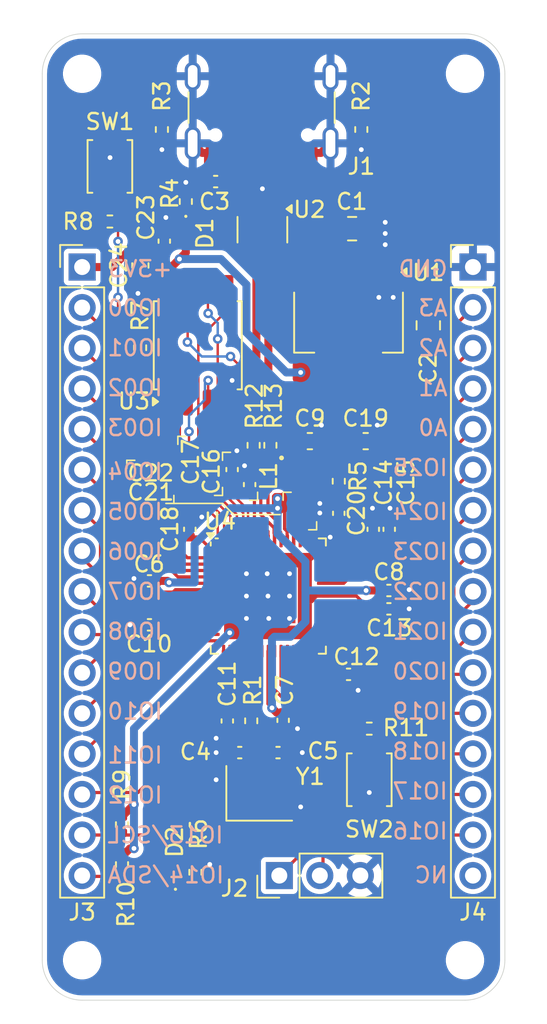
<source format=kicad_pcb>
(kicad_pcb (version 20241229) (generator "pcbnew") (generator_version "9.0")
  (title_block (title "RP2350A Devkit") (date "2025-06-14") (rev "v0.1a") (comment 1 "Licensed under CERN-OHL-P v2 or later"))
  (layers (0 "F.Cu" signal) (2 "B.Cu" power) (13 "F.Paste" user) (15 "B.Paste" user) (5 "F.SilkS" user "F.Silkscreen") (7 "B.SilkS" user "B.Silkscreen") (1 "F.Mask" user) (3 "B.Mask" user) (25 "Edge.Cuts" user))
  (net 0 "")
  (net 1 "GND")
  (net 2 "/XIN")
  (net 3 "/XTAL_OUT")
  (net 4 "+3V3")
  (net 5 "+1V1")
  (net 6 "/VREG_AVDD")
  (net 7 "VBUS")
  (net 8 "/SWD")
  (net 9 "/SWCLK")
  (net 10 "/VREG_LX")
  (net 11 "/XOUT")
  (net 12 "/QSPI_SS")
  (net 13 "/CC1")
  (net 14 "/CC2")
  (net 15 "/USB_DOUT+")
  (net 16 "/USB_DOUT-")
  (net 17 "/RUN_SW")
  (net 18 "/QSPI_SD1")
  (net 19 "/QSPI_SCLK")
  (net 20 "/QSPI_SD0")
  (net 21 "/QSPI_SD3")
  (net 22 "/QSPI_SD2")
  (net 23 "/USB_DIN-")
  (net 24 "/USB_DIN+")
  (net 25 "/BOOT_SW")
  (net 26 "/USB_R+")
  (net 27 "/USB_R-")
  (net 30 "/IO11")
  (net 31 "/IO12")
  (net 32 "/IO01")
  (net 33 "/IO15")
  (net 34 "/IO16")
  (net 35 "/IO21")
  (net 36 "/IO10")
  (net 37 "/IOA1")
  (net 38 "/IOA2")
  (net 39 "/IO06")
  (net 40 "/IO20")
  (net 41 "/IO02")
  (net 42 "/IO19")
  (net 43 "/IO22")
  (net 44 "/IOA3")
  (net 45 "/IO25")
  (net 46 "/IO24")
  (net 47 "/IO08")
  (net 48 "/IO09")
  (net 49 "/IO18")
  (net 50 "/IO04")
  (net 51 "/IO23")
  (net 52 "/IO05")
  (net 53 "/IO03")
  (net 54 "/IO14{slash}SDA")
  (net 55 "/IO07")
  (net 56 "/IOA0")
  (net 57 "/IO00")
  (net 58 "/IO17")
  (net 59 "/IO13{slash}SCL")
  (net 60 "Net-(D1-K)")
  (net 62 "Net-(D2-K)")
  (net 63 "Net-(U4-RUN)")
  (footprint "Capacitor_SMD:C_0402_1005Metric" (layer "F.Cu") (at 141.65 93.48 90)
    (property "Reference" "C23")
    (property "Value" "100n")
  )
  (footprint "Resistor_SMD:R_0402_1005Metric" (layer "F.Cu") (at 143.6 132.99 90)
    (property "Reference" "R6")
    (property "Value" "1k")
  )
  (footprint "Connector_PinHeader_2.54mm:PinHeader_1x03_P2.54mm_Vertical" (layer "F.Cu") (at 148.86 133.2 90)
    (property "Reference" "J2")
    (property "Value" "Conn_01x03")
  )
  (footprint "footprints:C_0402_smallpads" (layer "F.Cu") (at 150.165 109.85)
    (property "Reference" "C22")
    (property "Value" "4.7u")
  )
  (footprint "footprints:C_0402_smallpads" (layer "F.Cu") (at 150.165 111)
    (property "Reference" "C21")
    (property "Value" "4.7u")
  )
  (footprint "Capacitor_SMD:C_0402_1005Metric" (layer "F.Cu") (at 155.73 115.35)
    (property "Reference" "C8")
    (property "Value" "100n")
  )
  (footprint "Resistor_SMD:R_0402_1005Metric" (layer "F.Cu") (at 139 132.51 90)
    (property "Reference" "R10")
    (property "Value" "10k")
  )
  (footprint "Capacitor_SMD:C_0402_1005Metric" (layer "F.Cu") (at 155.75 111.52 90)
    (property "Reference" "C15")
    (property "Value" "100n")
  )
  (footprint "Resistor_SMD:R_0402_1005Metric" (layer "F.Cu") (at 147.25 106.26 90)
    (property "Reference" "R12")
    (property "Value" "27")
  )
  (footprint "Crystal:Crystal_SMD_3225-4Pin_3.2x2.5mm" (layer "F.Cu") (at 147.6 128.05)
    (property "Reference" "Y1")
    (property "Value" "Crystal_GND24")
  )
  (footprint "LED_SMD:LED_0402_1005Metric" (layer "F.Cu") (at 143 93.015 -90)
    (property "Reference" "D1")
    (property "Value" "LED")
  )
  (footprint "Capacitor_SMD:C_0402_1005Metric" (layer "F.Cu") (at 143.25 111.52 90)
    (property "Reference" "C18")
    (property "Value" "100n")
  )
  (footprint "Capacitor_SMD:C_0402_1005Metric" (layer "F.Cu") (at 144.87 89.75 180)
    (property "Reference" "C3")
    (property "Value" "100n")
  )
  (footprint "Capacitor_SMD:C_0805_2012Metric" (layer "F.Cu") (at 153.425 92.7)
    (property "Reference" "C1")
    (property "Value" "10u")
  )
  (footprint "Capacitor_SMD:C_0402_1005Metric" (layer "F.Cu") (at 140.72 114.75 180)
    (property "Reference" "C6")
    (property "Value" "100u")
  )
  (footprint "Capacitor_SMD:C_0402_1005Metric" (layer "F.Cu") (at 148.78 125.5)
    (property "Reference" "C5")
    (property "Value" "15p")
  )
  (footprint "MountingHole:MountingHole_2.2mm_M2" (layer "F.Cu") (at 160.5 138.5)
    (property "Reference" "H4")
    (property "Value" "MountingHole")
  )
  (footprint "Connector_USB:USB_C_Receptacle_G-Switch_GT-USB-7010ASV" (layer "F.Cu") (at 147.75 84.23 180)
    (property "Reference" "J1")
    (property "Value" "USB_C_Receptacle_USB2.0_16P")
  )
  (footprint "footprints:AOTA-B201610S3R3-101-T" (layer "F.Cu") (at 150.2 108.05)
    (property "Reference" "L1")
    (property "Value" "3.3u")
  )
  (footprint "Capacitor_SMD:C_0402_1005Metric" (layer "F.Cu") (at 149.1 123.48 -90)
    (property "Reference" "C7")
    (property "Value" "100n")
  )
  (footprint "Connector_PinHeader_2.54mm:PinHeader_1x16_P2.54mm_Vertical" (layer "F.Cu") (at 136.5 95.1)
    (property "Reference" "J3")
    (property "Value" "Conn_01x16")
  )
  (footprint "Capacitor_SMD:C_0402_1005Metric" (layer "F.Cu") (at 145.6 123.52 -90)
    (property "Reference" "C11")
    (property "Value" "100n")
  )
  (footprint "Package_TO_SOT_SMD:SOT-223-3_TabPin2" (layer "F.Cu") (at 153.2 98.55 -90)
    (property "Reference" "U1")
    (property "Value" "NCP1117-3.3_SOT223")
  )
  (footprint "Button_Switch_SMD:SW_SPST_B3U-1000P" (layer "F.Cu") (at 138.24 88.8 90)
    (property "Reference" "SW1")
    (property "Value" "SW_Push")
  )
  (footprint "Resistor_SMD:R_0402_1005Metric" (layer "F.Cu") (at 152.5875 108.51 -90)
    (property "Reference" "R5")
    (property "Value" "33")
  )
  (footprint "Resistor_SMD:R_0402_1005Metric" (layer "F.Cu") (at 154 86.49 -90)
    (property "Reference" "R2")
    (property "Value" "5k1")
  )
  (footprint "Capacitor_SMD:C_0402_1005Metric" (layer "F.Cu") (at 154.75 111.52 90)
    (property "Reference" "C14")
    (property "Value" "100n")
  )
  (footprint "Resistor_SMD:R_0402_1005Metric" (layer "F.Cu") (at 148.3 106.26 90)
    (property "Reference" "R13")
    (property "Value" "27")
  )
  (footprint "Capacitor_SMD:C_0805_2012Metric" (layer "F.Cu") (at 158.2 98.75 90)
    (property "Reference" "C2")
    (property "Value" "10u")
  )
  (footprint "Package_TO_SOT_SMD:SOT-23-6" (layer "F.Cu") (at 147.8 92.7625 -90)
    (property "Reference" "U2")
    (property "Value" "USBLC6-2SC6")
  )
  (footprint "Capacitor_SMD:C_0402_1005Metric" (layer "F.Cu") (at 140.72 117.5 180)
    (property "Reference" "C10")
    (property "Value" "100n")
  )
  (footprint "Capacitor_SMD:C_0402_1005Metric" (layer "F.Cu") (at 147 108.72 90)
    (property "Reference" "C16")
    (property "Value" "100n")
  )
  (footprint "Capacitor_SMD:C_0402_1005Metric" (layer "F.Cu") (at 153.2 120.6)
    (property "Reference" "C12")
    (property "Value" "100n")
  )
  (footprint "Resistor_SMD:R_0402_1005Metric" (layer "F.Cu") (at 139 130.01 90)
    (property "Reference" "R9")
    (property "Value" "10k")
  )
  (footprint "MountingHole:MountingHole_2.2mm_M2" (layer "F.Cu") (at 136.5 138.5)
    (property "Reference" "H3")
    (property "Value" "MountingHole")
  )
  (footprint "Capacitor_SMD:C_0402_1005Metric" (layer "F.Cu") (at 152.5875 110.52 -90)
    (property "Reference" "C20")
    (property "Value" "4.7u")
  )
  (footprint "Resistor_SMD:R_0402_1005Metric" (layer "F.Cu") (at 147.1 123.51 90)
    (property "Reference" "R1")
    (property "Value" "1k")
  )
  (footprint "Capacitor_SMD:C_0603_1608Metric" (layer "F.Cu") (at 154.275 106)
    (property "Reference" "C19")
    (property "Value" "10u")
  )
  (footprint "Resistor_SMD:R_0402_1005Metric" (layer "F.Cu") (at 143 91 90)
    (property "Reference" "R4")
    (property "Value" "1k")
  )
  (footprint "LED_SMD:LED_0402_1005Metric" (layer "F.Cu") (at 142.35 132.965 90)
    (property "Reference" "D2")
    (property "Value" "LED")
  )
  (footprint "Capacitor_SMD:C_0603_1608Metric" (layer "F.Cu") (at 150.775 106)
    (property "Reference" "C9")
    (property "Value" "10u")
  )
  (footprint "Connector_PinHeader_2.54mm:PinHeader_1x16_P2.54mm_Vertical" (layer "F.Cu") (at 161 95.1)
    (property "Reference" "J4")
    (property "Value" "Conn_01x16")
  )
  (footprint "Capacitor_SMD:C_0402_1005Metric" (layer "F.Cu") (at 145.9 107.78 90)
    (property "Reference" "C17")
    (property "Value" "100n")
  )
  (footprint "Resistor_SMD:R_0402_1005Metric" (layer "F.Cu") (at 138.24 92.25)
    (property "Reference" "R8")
    (property "Value" "1k")
  )
  (footprint "MountingHole:MountingHole_2.2mm_M2" (layer "F.Cu") (at 136.5 83)
    (property "Reference" "H2")
    (property "Value" "MountingHole")
  )
  (footprint "MountingHole:MountingHole_2.2mm_M2" (layer "F.Cu") (at 160.5 83)
    (property "Reference" "H1")
    (property "Value" "MountingHole")
  )
  (footprint "Package_SO:SOIC-8_5.3x5.3mm_P1.27mm" (layer "F.Cu") (at 143.75 100 90)
    (property "Reference" "U3")
    (property "Value" "W25Q128JVS")
  )
  (footprint "Resistor_SMD:R_0402_1005Metric" (layer "F.Cu") (at 154.5 124 180)
    (property "Reference" "R11")
    (property "Value" "1k")
  )
  (footprint "Capacitor_SMD:C_0402_1005Metric" (layer "F.Cu") (at 155.73 116.5)
    (property "Reference" "C13")
    (property "Value" "100n")
  )
  (footprint "Capacitor_SMD:C_0402_1005Metric" (layer "F.Cu") (at 146.38 125.5 180)
    (property "Reference" "C4")
    (property "Value" "15p")
  )
  (footprint "Resistor_SMD:R_0402_1005Metric" (layer "F.Cu") (at 140.135 100.1525 -90)
    (property "Reference" "R7")
    (property "Value" "10k")
  )
  (footprint "Button_Switch_SMD:SW_SPST_B3U-1000P" (layer "F.Cu") (at 154.5 127.2 -90)
    (property "Reference" "SW2")
    (property "Value" "SW_Push")
  )
  (footprint "Resistor_SMD:R_0402_1005Metric" (layer "F.Cu") (at 141.5 86.49 -90)
    (property "Reference" "R3")
    (property "Value" "5k1")
  )
  (footprint "Package_DFN_QFN:QFN-60-1EP_7x7mm_P0.4mm_EP3.4x3.4mm" (layer "F.Cu") (at 148.17 115.7)
    (property "Reference" "U4")
    (property "Value" "~")
  )
  (footprint "Capacitor_SMD:C_0603_1608Metric" (layer "F.Cu") (at 140.15 95 -90)
    (property "Reference" "C24")
    (property "Value" "10u")
  )
  (gr_line (start 150.7 111.55) (end 151.2 111.55) (stroke (width 0.1)) (layer "F.SilkS"))
  (gr_line (start 144.8 109.4) (end 145.3 109.4) (stroke (width 0.1)) (layer "F.SilkS"))
  (gr_line (start 149.1 109.2) (end 149.1 109.7) (stroke (width 0.1)) (layer "F.SilkS"))
  (gr_line (start 145.3 109.4) (end 145.3 108.9) (stroke (width 0.1)) (layer "F.SilkS"))
  (gr_line (start 139.3 107.2) (end 139.3 107.7) (stroke (width 0.1)) (layer "F.SilkS"))
  (gr_line (start 139.8 107.2) (end 139.3 107.2) (stroke (width 0.1)) (layer "F.SilkS"))
  (gr_line (start 145.3 109.9) (end 146 110.6) (stroke (width 0.1)) (layer "F.SilkS"))
  (gr_line (start 142.25 109.9) (end 142.25 109.4) (stroke (width 0.1)) (layer "F.SilkS"))
  (gr_line (start 151.2 111.55) (end 151.2 111.05) (stroke (width 0.1)) (layer "F.SilkS"))
  (gr_line (start 145.3 106.7) (end 145.3 107.2) (stroke (width 0.1)) (layer "F.SilkS"))
  (gr_line (start 141.75 109.9) (end 142.25 109.9) (stroke (width 0.1)) (layer "F.SilkS"))
  (gr_line (start 147 109.7) (end 147.5 109.7) (stroke (width 0.1)) (layer "F.SilkS"))
  (gr_line (start 142.25 109.9) (end 145.3 109.9) (stroke (width 0.1)) (layer "F.SilkS"))
  (gr_line (start 146 110.6) (end 148.9 110.6) (stroke (width 0.1)) (layer "F.SilkS"))
  (gr_line (start 147.5 109.7) (end 147.5 109.2) (stroke (width 0.1)) (layer "F.SilkS"))
  (gr_line (start 143 105.7) (end 142.5 105.7) (stroke (width 0.1)) (layer "F.SilkS"))
  (gr_line (start 149.6 109.2) (end 149.1 109.2) (stroke (width 0.1)) (layer "F.SilkS"))
  (gr_line (start 142.5 105.7) (end 142.5 106.2) (stroke (width 0.1)) (layer "F.SilkS"))
  (gr_line (start 145.8 106.7) (end 145.3 106.7) (stroke (width 0.1)) (layer "F.SilkS"))
  (gr_arc (start 136.5 141) (mid 134.732233 140.267767) (end 134 138.5) (stroke (width 0.05)) (layer "Edge.Cuts"))
  (gr_line (start 163 138.5) (end 163 83) (stroke (width 0.05)) (layer "Edge.Cuts"))
  (gr_arc (start 134 83) (mid 134.732233 81.232233) (end 136.5 80.5) (stroke (width 0.05)) (layer "Edge.Cuts"))
  (gr_arc (start 160.5 80.5) (mid 162.267767 81.232233) (end 163 83) (stroke (width 0.05)) (layer "Edge.Cuts"))
  (gr_line (start 136.5 80.5) (end 160.5 80.5) (stroke (width 0.05)) (layer "Edge.Cuts"))
  (gr_arc (start 163 138.5) (mid 162.267767 140.267767) (end 160.5 141) (stroke (width 0.05)) (layer "Edge.Cuts"))
  (gr_line (start 134 83) (end 134 138.5) (stroke (width 0.05)) (layer "Edge.Cuts"))
  (gr_line (start 136.5 141) (end 160.5 141) (stroke (width 0.05)) (layer "Edge.Cuts"))
  (gr_text "IO16\n" (at 159.5 131 0) (layer "B.SilkS") (effects (font (size 1 1) (thickness 0.153)) (justify left bottom mirror)))
  (gr_text "IO01" (at 138 100.75 0) (layer "B.SilkS") (effects (font (size 1 1) (thickness 0.153)) (justify right bottom mirror)))
  (gr_text "A3" (at 159.5 98.25 0) (layer "B.SilkS") (effects (font (size 1 1) (thickness 0.153)) (justify left bottom mirror)))
  (gr_text "IO11" (at 138 126.25 0) (layer "B.SilkS") (effects (font (size 1 1) (thickness 0.153)) (justify right bottom mirror)))
  (gr_text "IO19\n" (at 159.5 123.5 0) (layer "B.SilkS") (effects (font (size 1 1) (thickness 0.153)) (justify left bottom mirror)))
  (gr_text "IO06" (at 138 113.5 0) (layer "B.SilkS") (effects (font (size 1 1) (thickness 0.153)) (justify right bottom mirror)))
  (gr_text "A1\n" (at 159.5 103.25 0) (layer "B.SilkS") (effects (font (size 1 1) (thickness 0.153)) (justify left bottom mirror)))
  (gr_text "IO23" (at 159.5 113.5 0) (layer "B.SilkS") (effects (font (size 1 1) (thickness 0.153)) (justify left bottom mirror)))
  (gr_text "IO08" (at 138 118.5 0) (layer "B.SilkS") (effects (font (size 1 1) (thickness 0.153)) (justify right bottom mirror)))
  (gr_text "IO14/SDA" (at 138 133.75 0) (layer "B.SilkS") (effects (font (size 1 1) (thickness 0.153)) (justify right bottom mirror)))
  (gr_text "IO02" (at 138 103.25 0) (layer "B.SilkS") (effects (font (size 1 1) (thickness 0.153)) (justify right bottom mirror)))
  (gr_text "IO25\n" (at 159.5 108.25 0) (layer "B.SilkS") (effects (font (size 1 1) (thickness 0.153)) (justify left bottom mirror)))
  (gr_text "IO24" (at 159.5 111 0) (layer "B.SilkS") (effects (font (size 1 1) (thickness 0.153)) (justify left bottom mirror)))
  (gr_text "IO09" (at 138 121 0) (layer "B.SilkS") (effects (font (size 1 1) (thickness 0.153)) (justify right bottom mirror)))
  (gr_text "IO17" (at 159.5 128.5 0) (layer "B.SilkS") (effects (font (size 1 1) (thickness 0.153)) (justify left bottom mirror)))
  (gr_text "A2" (at 159.5 100.75 0) (layer "B.SilkS") (effects (font (size 1 1) (thickness 0.153)) (justify left bottom mirror)))
  (gr_text "IO12" (at 138 128.75 0) (layer "B.SilkS") (effects (font (size 1 1) (thickness 0.153)) (justify right bottom mirror)))
  (gr_text "IO07" (at 138 116 0) (layer "B.SilkS") (effects (font (size 1 1) (thickness 0.153)) (justify right bottom mirror)))
  (gr_text "IO03" (at 138 105.75 0) (layer "B.SilkS") (effects (font (size 1 1) (thickness 0.153)) (justify right bottom mirror)))
  (gr_text "IO13/SCL" (at 138 131.25 0) (layer "B.SilkS") (effects (font (size 1 1) (thickness 0.153)) (justify right bottom mirror)))
  (gr_text "IO20" (at 159.5 121 0) (layer "B.SilkS") (effects (font (size 1 1) (thickness 0.153)) (justify left bottom mirror)))
  (gr_text "NC\n" (at 159.5 133.75 0) (layer "B.SilkS") (effects (font (size 1 1) (thickness 0.153)) (justify left bottom mirror)))
  (gr_text "IO05" (at 138 111 0) (layer "B.SilkS") (effects (font (size 1 1) (thickness 0.153)) (justify right bottom mirror)))
  (gr_text "GND" (at 159.5 95.8 0) (layer "B.SilkS") (effects (font (size 1 1) (thickness 0.153)) (justify left bottom mirror)))
  (gr_text "IO21" (at 159.5 118.5 0) (layer "B.SilkS") (effects (font (size 1 1) (thickness 0.153)) (justify left bottom mirror)))
  (gr_text "IO04" (at 138 108.5 0) (layer "B.SilkS") (effects (font (size 1 1) (thickness 0.153)) (justify right bottom mirror)))
  (gr_text "IO10" (at 138 123.5 0) (layer "B.SilkS") (effects (font (size 1 1) (thickness 0.153)) (justify right bottom mirror)))
  (gr_text "+3V3" (at 142.25 95.8 0) (layer "B.SilkS") (effects (font (size 1 1) (thickness 0.153)) (justify left bottom mirror)))
  (gr_text "A0\n" (at 159.5 105.75 0) (layer "B.SilkS") (effects (font (size 1 1) (thickness 0.153)) (justify left bottom mirror)))
  (gr_text "IO00" (at 138 98.25 0) (layer "B.SilkS") (effects (font (size 1 1) (thickness 0.153)) (justify right bottom mirror)))
  (gr_text "IO22" (at 159.5 116 0) (layer "B.SilkS") (effects (font (size 1 1) (thickness 0.153)) (justify left bottom mirror)))
  (gr_text "IO18\n" (at 159.5 126 0) (layer "B.SilkS") (effects (font (size 1 1) (thickness 0.153)) (justify left bottom mirror)))
  (segment (start 155.05 105.05) (end 155 105) (width 0.5) (layer "F.Cu") (net 1))
  (segment (start 146.5 127.2) (end 144.9 127.2) (width 0.5) (layer "F.Cu") (net 1))
  (segment (start 140.15 96.6) (end 140 96.75) (width 0.5) (layer "F.Cu") (net 1))
  (segment (start 144.48 132.48) (end 144.5 132.5) (width 0.3) (layer "F.Cu") (net 1))
  (segment (start 151.55 106) (end 151.55 105.05) (width 0.5) (layer "F.Cu") (net 1))
  (segment (start 147 108.24) (end 147 107.858947) (width 0.2) (layer "F.Cu") (net 1))
  (segment (start 144.03 87.955) (end 143.43 87.355) (width 0.5) (layer "F.Cu") (net 1))
  (segment (start 145.6 124) (end 145.5 124) (width 0.5) (layer "F.Cu") (net 1))
  (segment (start 140.15 95.775) (end 140.15 96.6) (width 0.5) (layer "F.Cu") (net 1))
  (segment (start 145.5 124) (end 144.9 124.6) (width 0.5) (layer "F.Cu") (net 1))
  (segment (start 151.55 105.05) (end 151.5 105) (width 0.5) (layer "F.Cu") (net 1))
  (segment (start 149.1 123.96) (end 149.96 123.96) (width 0.5) (layer "F.Cu") (net 1))
  (segment (start 141.65 92.1) (end 141.75 92) (width 0.5) (layer "F.Cu") (net 1))
  (segment (start 145.655 103.5875) (end 145.655 102.445) (width 0.5) (layer "F.Cu") (net 1))
  (segment (start 153.68 121.48) (end 153.8 121.6) (width 0.2) (layer "F.Cu") (net 1))
  (segment (start 140.24 117.5) (end 139.5 117.5) (width 0.5) (layer "F.Cu") (net 1))
  (segment (start 141.65 93) (end 141.65 92.1) (width 0.5) (layer "F.Cu") (net 1))
  (segment (start 140.24 114.75) (end 139.898527 114.75) (width 0.5) (layer "F.Cu") (net 1))
  (segment (start 158.2 97.8) (end 157.9 97.8) (width 0.5) (layer "F.Cu") (net 1))
  (segment (start 147 107.858947) (end 146.68079 107.539737) (width 0.2) (layer "F.Cu") (net 1))
  (segment (start 155.75 111.04) (end 155.75 110.25) (width 0.5) (layer "F.Cu") (net 1))
  (segment (start 155.05 106) (end 155.05 105.05) (width 0.5) (layer "F.Cu") (net 1))
  (segment (start 149.26 125.5) (end 150.3 125.5) (width 0.5) (layer "F.Cu") (net 1))
  (segment (start 156.21 116.5) (end 157 116.5) (width 0.5) (layer "F.Cu") (net 1))
  (segment (start 154.75 111.04) (end 154.75 110.25) (width 0.5) (layer "F.Cu") (net 1))
  (segment (start 155.75 110.25) (end 155.8 110.2) (width 0.5) (layer "F.Cu") (net 1))
  (segment (start 143.25 111.04) (end 143.71 111.04) (width 0.2) (layer "F.Cu") (net 1))
  (segment (start 143 90.49) (end 143 89.8) (width 0.5) (layer "F.Cu") (net 1))
  (segment (start 143.6 132.48) (end 144.48 132.48) (width 0.3) (layer "F.Cu") (net 1))
  (segment (start 150.95 87.955) (end 151.47 87.955) (width 0.5) (layer "F.Cu") (net 1))
  (segment (start 154 87) (end 154 87.75) (width 0.3) (layer "F.Cu") (net 1))
  (segment (start 138.24 87.1) (end 138.24 88.24) (width 0.3) (layer "F.Cu") (net 1))
  (segment (start 145.9 106.9) (end 146.2 106.6) (width 0.2) (layer "F.Cu") (net 1))
  (segment (start 144.39 88.115) (end 144.55 87.955) (width 0.5) (layer "F.Cu") (net 1))
  (segment (start 156.95 115.35) (end 157 115.3) (width 0.5) (layer "F.Cu") (net 1))
  (segment (start 147.8 91.625) (end 147.8 90.2) (width 0.3) (layer "F.Cu") (net 1))
  (segment (start 143.71 111.04) (end 144 110.75) (width 0.2) (layer "F.Cu") (net 1))
  (segment (start 149.96 123.96) (end 150 124) (width 0.5) (layer "F.Cu") (net 1))
  (segment (start 151.47 87.955) (end 152.07 87.355) (width 0.5) (layer "F.Cu") (net 1))
  (segment (start 148.7 128.9) (end 150.2 128.9) (width 0.5) (layer "F.Cu") (net 1))
  (segment (start 144.55 87.955) (end 144.03 87.955) (width 0.5) (layer "F.Cu") (net 1))
  (segment (start 154.5 128.9) (end 154.5 128) (width 0.3) (layer "F.Cu") (net 1))
  (segment (start 138.24 88.24) (end 138.25 88.25) (width 0.3) (layer "F.Cu") (net 1))
  (segment (start 152.5875 111.473527) (end 152.05 112.011027) (width 0.5) (layer "F.Cu") (net 1))
  (segment (start 145.9 125.5) (end 144.9 125.5) (width 0.5) (layer "F.Cu") (net 1))
  (segment (start 154.75 110.25) (end 154.7 110.2) (width 0.5) (layer "F.Cu") (net 1))
  (segment (start 145.9 107.3) (end 145.9 106.9) (width 0.2) (layer "F.Cu") (net 1))
  (segment (start 153.68 120.6) (end 153.68 121.48) (width 0.2) (layer "F.Cu") (net 1))
  (segment (start 152.5875 111) (end 152.5875 111.473527) (width 0.5) (layer "F.Cu") (net 1))
  (segment (start 141.5 87) (end 141.5 87.75) (width 0.3) (layer "F.Cu") (net 1))
  (segment (start 144.39 89.75) (end 144.39 88.115) (width 0.5) (layer "F.Cu") (net 1))
  (segment (start 156.21 115.35) (end 156.95 115.35) (width 0.5) (layer "F.Cu") (net 1))
  (segment (start 139.898527 114.75) (end 139.748527 114.6) (width 0.5) (layer "F.Cu") (net 1))
  (segment (start 145.655 102.445) (end 145.9 102.2) (width 0.5) (layer "F.Cu") (net 1))
  (via (at 148.2 117.1) (size 0.6) (drill 0.3) (layers "F.Cu" "B.Cu") (net 1))
  (via (at 147.8 90.2) (size 0.6) (drill 0.3) (layers "F.Cu" "B.Cu") (net 1))
  (via (at 141.75 92) (size 0.6) (drill 0.3) (layers "F.Cu" "B.Cu") (net 1))
  (via (at 149.5 115.7) (size 0.6) (drill 0.3) (layers "F.Cu" "B.Cu") (net 1))
  (via (at 154.7 110.2) (size 0.6) (drill 0.3) (layers "F.Cu" "B.Cu") (net 1))
  (via (at 154.5 128) (size 0.6) (drill 0.3) (layers "F.Cu" "B.Cu") (net 1))
  (via (at 148.1 114.3) (size 0.6) (drill 0.3) (layers "F.Cu" "B.Cu") (net 1))
  (via (at 144.5 132.5) (size 0.6) (drill 0.3) (layers "F.Cu" "B.Cu") (net 1))
  (via (at 138.25 88.25) (size 0.6) (drill 0.3) (layers "F.Cu" "B.Cu") (net 1))
  (via (at 156 97) (size 0.6) (drill 0.3) (layers "F.Cu" "B.Cu") (net 1))
  (via (at 139.5 117.5) (size 0.6) (drill 0.3) (layers "F.Cu" "B.Cu") (net 1))
  (via (at 149.5 117.1) (size 0.6) (drill 0.3) (layers "F.Cu" "B.Cu") (net 1))
  (via (at 146.68079 107.539737) (size 0.6) (drill 0.3) (layers "F.Cu" "B.Cu") (net 1))
  (via (at 155 105) (size 0.6) (drill 0.3) (layers "F.Cu" "B.Cu") (net 1))
  (via (at 151.5 105) (size 0.6) (drill 0.3) (layers "F.Cu" "B.Cu") (net 1))
  (via (at 152.05 112.011027) (size 0.6) (drill 0.3) (layers "F.Cu" "B.Cu") (net 1))
  (via (at 146.8 115.7) (size 0.6) (drill 0.3) (layers "F.Cu" "B.Cu") (net 1))
  (via (at 139.748527 114.6) (size 0.6) (drill 0.3) (layers "F.Cu" "B.Cu") (net 1))
  (via (at 151.4 109.9) (size 0.6) (drill 0.3) (layers "F.Cu" "B.Cu") (net 1))
  (via (at 146.8 117.1) (size 0.6) (drill 0.3) (layers "F.Cu" "B.Cu") (net 1))
  (via (at 157 116.5) (size 0.6) (drill 0.3) (layers "F.Cu" "B.Cu") (net 1))
  (via (at 149.5 114.3) (size 0.6) (drill 0.3) (layers "F.Cu" "B.Cu") (net 1))
  (via (at 155.8 110.2) (size 0.6) (drill 0.3) (layers "F.Cu" "B.Cu") (net 1))
  (via (at 143 89.8) (size 0.6) (drill 0.3) (layers "F.Cu" "B.Cu") (net 1))
  (via (at 150.3 125.5) (size 0.6) (drill 0.3) (layers "F.Cu" "B.Cu") (net 1))
  (via (at 148.15 115.7) (size 0.6) (drill 0.3) (layers "F.Cu" "B.Cu") (net 1))
  (via (at 153.8 121.6) (size 0.6) (drill 0.3) (layers "F.Cu" "B.Cu") (net 1))
  (via (at 155.1 97) (size 0.6) (drill 0.3) (layers "F.Cu" "B.Cu") (net 1))
  (via (at 154 87.75) (size 0.6) (drill 0.3) (layers "F.Cu" "B.Cu") (net 1))
  (via (at 155.5 93) (size 0.6) (drill 0.3) (layers "F.Cu" "B.Cu") (net 1))
  (via (at 155.5 92.3) (size 0.6) (drill 0.3) (layers "F.Cu" "B.Cu") (net 1))
  (via (at 144.9 127.2) (size 0.6) (drill 0.3) (layers "F.Cu" "B.Cu") (net 1))
  (via (at 146.8 114.3) (size 0.6) (drill 0.3) (layers "F.Cu" "B.Cu") (net 1))
  (via (at 146.2 106.6) (size 0.6) (drill 0.3) (layers "F.Cu" "B.Cu") (net 1))
  (via (at 150.2 128.9) (size 0.6) (drill 0.3) (layers "F.Cu" "B.Cu") (net 1))
  (via (at 150 124) (size 0.6) (drill 0.3) (layers "F.Cu" "B.Cu") (net 1))
  (via (at 141.5 87.75) (size 0.6) (drill 0.3) (layers "F.Cu" "B.Cu") (net 1))
  (via (at 140 96.75) (size 0.6) (drill 0.3) (layers "F.Cu" "B.Cu") (net 1))
  (via (at 144 110.75) (size 0.6) (drill 0.3) (layers "F.Cu" "B.Cu") (net 1))
  (via (at 144.9 125.5) (size 0.6) (drill 0.3) (layers "F.Cu" "B.Cu") (net 1))
  (via (at 144.9 124.6) (size 0.6) (drill 0.3) (layers "F.Cu" "B.Cu") (net 1))
  (via (at 151.4 110.5) (size 0.6) (drill 0.3) (layers "F.Cu" "B.Cu") (net 1))
  (via (at 145.9 102.2) (size 0.6) (drill 0.3) (layers "F.Cu" "B.Cu") (net 1))
  (via (at 155.5 93.7) (size 0.6) (drill 0.3) (layers "F.Cu" "B.Cu") (net 1))
  (via (at 157 115.3) (size 0.6) (drill 0.3) (layers "F.Cu" "B.Cu") (net 1))
  (segment (start 146.4 125.04) (end 146.86 125.5) (width 0.2) (layer "F.Cu") (net 2))
  (segment (start 147.551 126.191) (end 147.551 127.849) (width 0.3) (layer "F.Cu") (net 2))
  (segment (start 146.86 125.5) (end 147.551 126.191) (width 0.3) (layer "F.Cu") (net 2))
  (segment (start 147.35 119.1375) (end 147.35 120.55) (width 0.2) (layer "F.Cu") (net 2))
  (segment (start 146.4 121.5) (end 146.4 125.04) (width 0.2) (layer "F.Cu") (net 2))
  (segment (start 147.551 127.849) (end 146.5 128.9) (width 0.3) (layer "F.Cu") (net 2))
  (segment (start 147.35 120.55) (end 146.4 121.5) (width 0.2) (layer "F.Cu") (net 2))
  (segment (start 147.1 124.3) (end 148.3 125.5) (width 0.2) (layer "F.Cu") (net 3))
  (segment (start 148.3 126.8) (end 148.7 127.2) (width 0.3) (layer "F.Cu") (net 3))
  (segment (start 148.3 125.5) (end 148.3 126.8) (width 0.3) (layer "F.Cu") (net 3))
  (segment (start 147.1 124.02) (end 147.1 124.3) (width 0.2) (layer "F.Cu") (net 3))
  (segment (start 140.135 98.1225) (end 141.845 96.4125) (width 0.2) (layer "F.Cu") (net 4))
  (segment (start 151.85 112.9) (end 153.85 112.9) (width 0.5) (layer "F.Cu") (net 4))
  (segment (start 141.65 95.16) (end 141.65 93.96) (width 0.5) (layer "F.Cu") (net 4))
  (segment (start 154.75 112) (end 155.75 112) (width 0.5) (layer "F.Cu") (net 4))
  (segment (start 136.5 95.1) (end 138.4 95.1) (width 0.5) (layer "F.Cu") (net 4))
  (segment (start 148.15 111.65) (end 147.75 111.25) (width 0.2) (layer "F.Cu") (net 4))
  (segment (start 152.5875 108) (end 152.5875 106.9125) (width 0.5) (layer "F.Cu") (net 4))
  (segment (start 148.15 112.2625) (end 148.15 111.65) (width 0.2) (layer "F.Cu") (net 4))
  (segment (start 147.75 111.25) (end 147.3 110.8) (width 0.2) (layer "F.Cu") (net 4))
  (segment (start 152.5875 108) (end 152.907499 108) (width 0.5) (layer "F.Cu") (net 4))
  (segment (start 154.2 112) (end 154.75 112) (width 0.5) (layer "F.Cu") (net 4))
  (segment (start 151.6 113.3) (end 151.6 113.15) (width 0.3) (layer "F.Cu") (net 4))
  (segment (start 151.5875 113.3) (end 151.5875 112.9) (width 0.2) (layer "F.Cu") (net 4))
  (segment (start 153.85 112.9) (end 154.75 112) (width 0.5) (layer "F.Cu") (net 4))
  (segment (start 143 94.2) (end 142.6 94.6) (width 0.5) (layer "F.Cu") (net 4))
  (segment (start 146.84 109.2) (end 145.9 108.26) (width 0.2) (layer "F.Cu") (net 4))
  (segment (start 151.5875 113.3) (end 151.85 113.0375) (width 0.2) (layer "F.Cu") (net 4))
  (segment (start 147 109.2) (end 146.84 109.2) (width 0.2) (layer "F.Cu") (net 4))
  (segment (start 142.6 117.1) (end 142.8 116.9) (width 0.2) (layer "F.Cu") (net 4))
  (segment (start 147.75 113.1) (end 148.15 113.1) (width 0.2) (layer "F.Cu") (net 4))
  (segment (start 153.6 111.4) (end 154.2 112) (width 0.5) (layer "F.Cu") (net 4))
  (segment (start 152.907499 108) (end 153.6 108.692501) (width 0.5) (layer "F.Cu") (net 4))
  (segment (start 147.3 110.8) (end 147.3 109.5) (width 0.2) (layer "F.Cu") (net 4))
  (segment (start 147.75 112.2625) (end 147.75 113.1) (width 0.2) (layer "F.Cu") (net 4))
  (segment (start 154.5 116.5) (end 153.7 115.7) (width 0.2) (layer "F.Cu") (net 4))
  (segment (start 148.15 113.1) (end 148.15 112.2625) (width 0.2) (layer "F.Cu") (net 4))
  (segment (start 141.845 95.355) (end 141.845 96.4125) (width 0.5) (layer "F.Cu") (net 4))
  (segment (start 142.8 116.9) (end 144.7125 116.9) (width 0.2) (layer "F.Cu") (net 4))
  (segment (start 151.85 113.0375) (end 151.85 112.9) (width 0.2) (layer "F.Cu") (net 4))
  (segment (start 141.2 117.5) (end 141.6 117.1) (width 0.2) (layer "F.Cu") (net 4))
  (segment (start 146.95 120.35) (end 145.6 121.7) (width 0.2) (layer "F.Cu") (net 4))
  (segment (start 153.6 108.692501) (end 153.6 111.4) (width 0.5) (layer "F.Cu") (net 4))
  (segment (start 152.4125 120.6) (end 152.72 120.6) (width 0.2) (layer "F.Cu") (net 4))
  (segment (start 140.15 94.225) (end 141.385 94.225) (width 0.5) (layer "F.Cu") (net 4))
  (segment (start 139.75 131.5) (end 139.5 131.5) (width 0.5) (layer "F.Cu") (net 4))
  (segment (start 153.5 102) (end 153.2 101.7) (width 0.5) (layer "F.Cu") (net 4))
  (segment (start 151.5875 112.9) (end 151.85 112.9) (width 0.5) (layer "F.Cu") (net 4))
  (segment (start 142.6 94.6) (end 141.845 95.355) (width 0.5) (layer "F.Cu") (net 4))
  (segment (start 150.95 119.1375) (end 152.4125 120.6) (width 0.2) (layer "F.Cu") (net 4))
  (segment (start 155.25 116.5) (end 154.5 116.5) (width 0.2) (layer "F.Cu") (net 4))
  (segment (start 141.845 95.355) (end 141.65 95.16) (width 0.5) (layer "F.Cu") (net 4))
  (segment (start 139.5 131.5) (end 139 132) (width 0.5) (layer "F.Cu") (net 4))
  (segment (start 147.3 109.5) (end 147 109.2) (width 0.2) (layer "F.Cu") (net 4))
  (segment (start 151.6 113.15) (end 151.85 112.9) (width 0.3) (layer "F.Cu") (net 4))
  (segment (start 147.75 112.2625) (end 147.75 111.25) (width 0.2) (layer "F.Cu") (net 4))
  (segment (start 141.6 117.1) (end 142.6 117.1) (width 0.2) (layer "F.Cu") (net 4))
  (segment (start 153.5 106) (end 153.5 102) (width 0.5) (layer "F.Cu") (net 4))
  (segment (start 143 93.5) (end 143 94.2) (width 0.5) (layer "F.Cu") (net 4))
  (segment (start 144.7125 112.9) (end 143.8125 112) (width 0.2) (layer "F.Cu") (net 4))
  (segment (start 138.4 95.1) (end 139.275 94.225) (width 0.5) (layer "F.Cu") (net 4))
  (segment (start 146.95 119.1375) (end 146.95 120.35) (width 0.2) (layer "F.Cu") (net 4))
  (segment (start 141.385 94.225) (end 141.65 93.96) (width 0.5) (layer "F.Cu") (net 4))
  (segment (start 140.135 99.6425) (end 140.135 98.1225) (width 0.2) (layer "F.Cu") (net 4))
  (segment (start 145.6 121.7) (end 145.6 123.04) (width 0.2) (layer "F.Cu") (net 4))
  (segment (start 152.5875 106.9125) (end 153.5 106) (width 0.5) (layer "F.Cu") (net 4))
  (segment (start 153.7 115.7) (end 151.5875 115.7) (width 0.2) (layer "F.Cu") (net 4))
  (segment (start 143.8125 112) (end 143.25 112) (width 0.2) (layer "F.Cu") (net 4))
  (segment (start 139.75 128.75) (end 139 129.5) (width 0.5) (layer "F.Cu") (net 4))
  (segment (start 139.275 94.225) (end 140.15 94.225) (width 0.5) (layer "F.Cu") (net 4))
  (via (at 139.75 131.5) (size 0.6) (drill 0.3) (layers "F.Cu" "B.Cu") (net 4))
  (via (at 150.2 101.7) (size 0.6) (drill 0.3) (layers "F.Cu" "B.Cu") (net 4))
  (via (at 139.75 128.75) (size 0.6) (drill 0.3) (layers "F.Cu" "B.Cu") (net 4))
  (via (at 145.75 118) (size 0.6) (drill 0.3) (layers "F.Cu" "B.Cu") (net 4))
  (via (at 142.6 94.6) (size 0.6) (drill 0.3) (layers "F.Cu" "B.Cu") (net 4))
  (segment (start 139.75 128.75) (end 139.75 131.5) (width 0.5) (layer "B.Cu") (net 4))
  (segment (start 149 101.4) (end 149.3 101.7) (width 0.5) (layer "B.Cu") (net 4))
  (segment (start 146.8 99.2) (end 146.8 96.2) (width 0.5) (layer "B.Cu") (net 4))
  (segment (start 149 101.4) (end 146.8 99.2) (width 0.5) (layer "B.Cu") (net 4))
  (segment (start 145.75 118) (end 139.75 124) (width 0.5) (layer "B.Cu") (net 4))
  (segment (start 139.75 124) (end 139.75 128.75) (width 0.5) (layer "B.Cu") (net 4))
  (segment (start 145.2 94.6) (end 142.6 94.6) (width 0.5) (layer "B.Cu") (net 4))
  (segment (start 149.3 101.7) (end 150.2 101.7) (width 0.5) (layer "B.Cu") (net 4))
  (segment (start 146.8 96.2) (end 145.2 94.6) (width 0.5) (layer "B.Cu") (net 4))
  (segment (start 148.15 122.45) (end 148.4 122.7) (width 0.2) (layer "F.Cu") (net 5))
  (segment (start 142 114.9) (end 141.95 114.85) (width 0.2) (layer "F.Cu") (net 5))
  (segment (start 154.25 115.3) (end 151.5875 115.3) (width 0.2) (layer "F.Cu") (net 5))
  (segment (start 155.25 115.35) (end 154.3 115.35) (width 0.5) (layer "F.Cu") (net 5))
  (segment (start 149.5 106.5) (end 150 106) (width 0.5) (layer "F.Cu") (net 5))
  (segment (start 141.85 114.75) (end 141.95 114.85) (width 0.5) (layer "F.Cu") (net 5))
  (segment (start 149.5 108.05) (end 149.5 106.5) (width 0.5) (layer "F.Cu") (net 5))
  (segment (start 144.7125 114.9) (end 142 114.9) (width 0.2) (layer "F.Cu") (net 5))
  (segment (start 149.189 111.491) (end 149.189 110.411) (width 0.2) (layer "F.Cu") (net 5))
  (segment (start 149.1 123) (end 148.7 123) (width 0.5) (layer "F.Cu") (net 5))
  (segment (start 148.15 119.1375) (end 148.15 122.45) (width 0.2) (layer "F.Cu") (net 5))
  (segment (start 149.189 110.411) (end 149.25 110.35) (width 0.2) (layer "F.Cu") (net 5))
  (segment (start 149.35 111.652) (end 149.189 111.491) (width 0.2) (layer "F.Cu") (net 5))
  (segment (start 141.2 114.75) (end 141.85 114.75) (width 0.5) (layer "F.Cu") (net 5))
  (segment (start 149.35 112.2625) (end 149.35 111.652) (width 0.2) (layer "F.Cu") (net 5))
  (segment (start 154.3 115.35) (end 154.25 115.3) (width 0.2) (layer "F.Cu") (net 5))
  (segment (start 148.7 123) (end 148.4 122.7) (width 0.5) (layer "F.Cu") (net 5))
  (via (at 148.75 110.2) (size 0.6) (drill 0.3) (layers "F.Cu" "B.Cu") (net 5))
  (via (at 148.75 109.6) (size 0.6) (drill 0.3) (layers "F.Cu" "B.Cu") (net 5))
  (via (at 148.4 122.7) (size 0.6) (drill 0.3) (layers "F.Cu" "B.Cu") (net 5))
  (via (at 141.95 114.85) (size 0.6) (drill 0.3) (layers "F.Cu" "B.Cu") (net 5))
  (via (at 154.3 115.35) (size 0.6) (drill 0.3) (layers "F.Cu" "B.Cu") (net 5))
  (segment (start 149.55 118.25) (end 148.6 118.25) (width 0.5) (layer "B.Cu") (net 5))
  (segment (start 148.75 110.2) (end 148.75 111.8) (width 0.5) (layer "B.Cu") (net 5))
  (segment (start 148.6 118.25) (end 148.55 118.25) (width 0.5) (layer "B.Cu") (net 5))
  (segment (start 150.5 115.35) (end 150.5 117.3) (width 0.5) (layer "B.Cu") (net 5))
  (segment (start 143.55 112.45) (end 143.55 114.85) (width 0.5) (layer "B.Cu") (net 5))
  (segment (start 154.3 115.35) (end 150.5 115.35) (width 0.5) (layer "B.Cu") (net 5))
  (segment (start 150.4 113.45) (end 150.5 113.55) (width 0.5) (layer "B.Cu") (net 5))
  (segment (start 148.55 118.25) (end 148.4 118.4) (width 0.5) (layer "B.Cu") (net 5))
  (segment (start 148.75 110.2) (end 145.8 110.2) (width 0.5) (layer "B.Cu") (net 5))
  (segment (start 148.75 111.8) (end 149.75 112.8) (width 0.5) (layer "B.Cu") (net 5))
  (segment (start 143.55 114.85) (end 141.95 114.85) (width 0.5) (layer "B.Cu") (net 5))
  (segment (start 145.8 110.2) (end 143.55 112.45) (width 0.5) (layer "B.Cu") (net 5))
  (segment (start 148.4 121) (end 148.4 122.7) (width 0.5) (layer "B.Cu") (net 5))
  (segment (start 148.4 118.4) (end 148.4 121) (width 0.5) (layer "B.Cu") (net 5))
  (segment (start 150.5 117.3) (end 149.55 118.25) (width 0.5) (layer "B.Cu") (net 5))
  (segment (start 150.5 113.55) (end 150.5 115.35) (width 0.5) (layer "B.Cu") (net 5))
  (segment (start 148.75 110.2) (end 148.75 109.6) (width 0.5) (layer "B.Cu") (net 5))
  (segment (start 149.75 112.8) (end 150.4 113.45) (width 0.5) (layer "B.Cu") (net 5))
  (segment (start 151.9765 110.67345) (end 152.5875 110.06245) (width 0.2) (layer "F.Cu") (net 6))
  (segment (start 151.9765 111.236) (end 151.9765 110.67345) (width 0.2) (layer "F.Cu") (net 6))
  (segment (start 152.5875 110.06245) (end 152.5875 110.04) (width 0.2) (layer "F.Cu") (net 6))
  (segment (start 150.95 112.2625) (end 151.9765 111.236) (width 0.2) (layer "F.Cu") (net 6))
  (segment (start 152.5875 110.04) (end 152.5875 109.02) (width 0.2) (layer "F.Cu") (net 6))
  (segment (start 149.6958 92.1958) (end 149.1051 92.7865) (width 0.5) (layer "F.Cu") (net 7))
  (segment (start 150.15 87.955) (end 150.15 91.7416) (width 0.5) (layer "F.Cu") (net 7))
  (segment (start 147.8 93.9) (end 147.8 93.3334) (width 0.5) (layer "F.Cu") (net 7))
  (segment (start 147.8 93.3334) (end 148.3469 92.7865) (width 0.5) (layer "F.Cu") (net 7))
  (segment (start 145.35 91.85) (end 146.2865 92.7865) (width 0.5) (layer "F.Cu") (net 7))
  (segment (start 147.348999 92.7865) (end 147.8 93.237501) (width 0.5) (layer "F.Cu") (net 7))
  (segment (start 150.15 91.7416) (end 149.6958 92.1958) (width 0.5) (layer "F.Cu") (net 7))
  (segment (start 145.35 87.955) (end 145.35 91.85) (width 0.5) (layer "F.Cu") (net 7))
  (segment (start 146.2865 92.7865) (end 147.348999 92.7865) (width 0.5) (layer "F.Cu") (net 7))
  (segment (start 149.1051 92.7865) (end 148.3469 92.7865) (width 0.5) (layer "F.Cu") (net 7))
  (segment (start 147.8 93.237501) (end 147.8 93.9) (width 0.5) (layer "F.Cu") (net 7))
  (segment (start 150.2 121.7) (end 151.6 123.1) (width 0.2) (layer "F.Cu") (net 8))
  (segment (start 148.97 119.15) (end 148.97 121.27) (width 0.2) (layer "F.Cu") (net 8))
  (segment (start 148.97 121.27) (end 149.4 121.7) (width 0.2) (layer "F.Cu") (net 8))
  (segment (start 149.4 121.7) (end 150.2 121.7) (width 0.2) (layer "F.Cu") (net 8))
  (segment (start 151.6 133) (end 151.4 133.2) (width 0.2) (layer "F.Cu") (net 8))
  (segment (start 151.6 123.1) (end 151.6 133) (width 0.2) (layer "F.Cu") (net 8))
  (segment (start 150 122.2) (end 151 123.2) (width 0.2) (layer "F.Cu") (net 9))
  (segment (start 151 123.2) (end 151 131.06) (width 0.2) (layer "F.Cu") (net 9))
  (segment (start 151 131.06) (end 148.86 133.2) (width 0.2) (layer "F.Cu") (net 9))
  (segment (start 148.55 119.1375) (end 148.55 121.55) (width 0.2) (layer "F.Cu") (net 9))
  (segment (start 148.55 121.55) (end 149.2 122.2) (width 0.2) (layer "F.Cu") (net 9))
  (segment (start 149.2 122.2) (end 150 122.2) (width 0.2) (layer "F.Cu") (net 9))
  (segment (start 147.1 122) (end 147.1 123) (width 0.2) (layer "F.Cu") (net 11))
  (segment (start 147.75 119.1375) (end 147.75 121.35) (width 0.2) (layer "F.Cu") (net 11))
  (segment (start 147.75 121.35) (end 147.1 122) (width 0.2) (layer "F.Cu") (net 11))
  (segment (start 141.845 107.745) (end 141.845 103.5875) (width 0.15) (layer "F.Cu") (net 12))
  (segment (start 145 111.9125) (end 145 110.9) (width 0.15) (layer "F.Cu") (net 12))
  (segment (start 138.75 93.5) (end 138.75 92.25) (width 0.15) (layer "F.Cu") (net 12))
  (segment (start 138.75 99.2775) (end 138.75 97) (width 0.15) (layer "F.Cu") (net 12))
  (segment (start 141.845 103.5875) (end 140.5875 103.5875) (width 0.15) (layer "F.Cu") (net 12))
  (segment (start 140.135 103.135) (end 140.135 100.6625) (width 0.15) (layer "F.Cu") (net 12))
  (segment (start 145.35 112.2625) (end 145 111.9125) (width 0.15) (layer "F.Cu") (net 12))
  (segment (start 140.135 100.6625) (end 138.75 99.2775) (width 0.15) (layer "F.Cu") (net 12))
  (segment (start 145 110.9) (end 141.845 107.745) (width 0.15) (layer "F.Cu") (net 12))
  (segment (start 140.5875 103.5875) (end 140.135 103.135) (width 0.15) (layer "F.Cu") (net 12))
  (via (at 138.75 93.5) (size 0.6) (drill 0.3) (layers "F.Cu" "B.Cu") (net 12))
  (via (at 138.75 97) (size 0.6) (drill 0.3) (layers "F.Cu" "B.Cu") (net 12))
  (segment (start 138.75 97) (end 138.75 93.5) (width 0.15) (layer "B.Cu") (net 12))
  (segment (start 149 87.955) (end 149 86.25) (width 0.3) (layer "F.Cu") (net 13))
  (segment (start 149 86.25) (end 149.75 85.5) (width 0.3) (layer "F.Cu") (net 13))
  (segment (start 149.75 85.5) (end 153.52 85.5) (width 0.3) (layer "F.Cu") (net 13))
  (segment (start 153.52 85.5) (end 154 85.98) (width 0.3) (layer "F.Cu") (net 13))
  (segment (start 146 87.955) (end 146 86.25) (width 0.3) (layer "F.Cu") (net 14))
  (segment (start 145.25 85.5) (end 141.98 85.5) (width 0.3) (layer "F.Cu") (net 14))
  (segment (start 146 86.25) (end 145.25 85.5) (width 0.3) (layer "F.Cu") (net 14))
  (segment (start 141.98 85.5) (end 141.5 85.98) (width 0.3) (layer "F.Cu") (net 14))
  (segment (start 146.85 93.9) (end 146.85 94.893751) (width 0.5) (layer "F.Cu") (net 15))
  (segment (start 147.25 105.7) (end 147.25 105.75) (width 0.2) (layer "F.Cu") (net 15))
  (segment (start 147.4 104.125) (end 147.4 105.119999) (width 0.5) (layer "F.Cu") (net 15))
  (segment (start 147.425 104.1) (end 147.4 104.125) (width 0.5) (layer "F.Cu") (net 15))
  (segment (start 146.85 94.893751) (end 147.425 95.468751) (width 0.5) (layer "F.Cu") (net 15))
  (segment (start 147.425 95.468751) (end 147.425 104.1) (width 0.5) (layer "F.Cu") (net 15))
  (segment (start 147.25 105.269999) (end 147.25 105.75) (width 0.5) (layer "F.Cu") (net 15))
  (segment (start 147.4 105.119999) (end 147.25 105.269999) (width 0.5) (layer "F.Cu") (net 15))
  (segment (start 148.15 104.41201) (end 148.15 105.119999) (width 0.5) (layer "F.Cu") (net 16))
  (segment (start 148.175 104.38701) (end 148.15 104.41201) (width 0.5) (layer "F.Cu") (net 16))
  (segment (start 148.3 105.269999) (end 148.3 105.75) (width 0.5) (layer "F.Cu") (net 16))
  (segment (start 148.75 94.893751) (end 148.175 95.468751) (width 0.5) (layer "F.Cu") (net 16))
  (segment (start 148.3 105.7) (end 148.3 105.75) (width 0.2) (layer "F.Cu") (net 16))
  (segment (start 148.75 93.9) (end 148.75 94.893751) (width 0.5) (layer "F.Cu") (net 16))
  (segment (start 148.15 105.119999) (end 148.3 105.269999) (width 0.5) (layer "F.Cu") (net 16))
  (segment (start 148.175 95.468751) (end 148.175 104.38701) (width 0.5) (layer "F.Cu") (net 16))
  (segment (start 155 125) (end 155 124.01) (width 0.2) (layer "F.Cu") (net 17))
  (segment (start 155 124.01) (end 155.01 124) (width 0.2) (layer "F.Cu") (net 17))
  (segment (start 154.5 125.5) (end 155 125) (width 0.2) (layer "F.Cu") (net 17))
  (segment (start 145.4 110.8) (end 142.624 108.024) (width 0.15) (layer "F.Cu") (net 18))
  (segment (start 145.4 111.4) (end 145.4 110.8) (width 0.15) (layer "F.Cu") (net 18))
  (segment (start 142.624 108.024) (end 142.624 104.0785) (width 0.15) (layer "F.Cu") (net 18))
  (segment (start 142.624 104.0785) (end 143.115 103.5875) (width 0.15) (layer "F.Cu") (net 18))
  (segment (start 145.75 111.75) (end 145.4 111.4) (width 0.15) (layer "F.Cu") (net 18))
  (segment (start 145.75 112.2625) (end 145.75 111.75) (width 0.15) (layer "F.Cu") (net 18))
  (segment (start 144.385 97.785) (end 144.385 96.4125) (width 0.15) (layer "F.Cu") (net 19))
  (segment (start 144.4 98) (end 144.4 97.8) (width 0.15) (layer "F.Cu") (net 19))
  (segment (start 146.6 111.1) (end 146.6 110.5) (width 0.15) (layer "F.Cu") (net 19))
  (segment (start 144.2 108.1) (end 144.2 105.209636) (width 0.15) (layer "F.Cu") (net 19))
  (segment (start 144.4 97.8) (end 144.385 97.785) (width 0.15) (layer "F.Cu") (net 19))
  (segment (start 146.6 110.5) (end 145.9 109.8) (width 0.15) (layer "F.Cu") (net 19))
  (segment (start 145.8 109.7) (end 144.2 108.1) (width 0.15) (layer "F.Cu") (net 19))
  (segment (start 146.95 111.45) (end 146.6 111.1) (width 0.15) (layer "F.Cu") (net 19))
  (segment (start 145.9 109.8) (end 145.8 109.7) (width 0.15) (layer "F.Cu") (net 19))
  (segment (start 146.95 112.2625) (end 146.95 111.45) (width 0.15) (layer "F.Cu") (net 19))
  (segment (start 145 104.409636) (end 145 99.6) (width 0.15) (layer "F.Cu") (net 19))
  (segment (start 144.2 105.209636) (end 145 104.409636) (width 0.15) (layer "F.Cu") (net 19))
  (via (at 144.4 98) (size 0.6) (drill 0.3) (layers "F.Cu" "B.Cu") (net 19))
  (via (at 145 99.6) (size 0.6) (drill 0.3) (layers "F.Cu" "B.Cu") (net 19))
  (segment (start 145 98.6) (end 144.4 98) (width 0.15) (layer "B.Cu") (net 19))
  (segment (start 145 99.6) (end 145 98.6) (width 0.15) (layer "B.Cu") (net 19))
  (segment (start 143.784 99.616) (end 145.655 97.745) (width 0.15) (layer "F.Cu") (net 20))
  (segment (start 146.2 110.6) (end 143.784 108.184) (width 0.15) (layer "F.Cu") (net 20))
  (segment (start 146.55 112.2625) (end 146.55 111.55) (width 0.15) (layer "F.Cu") (net 20))
  (segment (start 145.655 97.745) (end 145.655 96.4125) (width 0.15) (layer "F.Cu") (net 20))
  (segment (start 143.784 108.184) (end 143.784 99.616) (width 0.15) (layer "F.Cu") (net 20))
  (segment (start 146.2 111.2) (end 146.2 110.6) (width 0.15) (layer "F.Cu") (net 20))
  (segment (start 146.55 111.55) (end 146.2 111.2) (width 0.15) (layer "F.Cu") (net 20))
  (segment (start 146.6 101.5) (end 145.8 100.7) (width 0.15) (layer "F.Cu") (net 21))
  (segment (start 146.9 110.9) (end 146.9 110.3) (width 0.15) (layer "F.Cu") (net 21))
  (segment (start 146.9 110.3) (end 144.6 108) (width 0.15) (layer "F.Cu") (net 21))
  (segment (start 143.1 99.8) (end 143.115 99.785) (width 0.15) (layer "F.Cu") (net 21))
  (segment (start 147.35 111.35) (end 146.9 110.9) (width 0.15) (layer "F.Cu") (net 21))
  (segment (start 147.35 112.2625) (end 147.35 111.35) (width 0.15) (layer "F.Cu") (net 21))
  (segment (start 146.6 105) (end 146.6 101.5) (width 0.15) (layer "F.Cu") (net 21))
  (segment (start 144.6 107) (end 146.6 105) (width 0.15) (layer "F.Cu") (net 21))
  (segment (start 144.6 108) (end 144.6 107) (width 0.15) (layer "F.Cu") (net 21))
  (segment (start 143.115 99.785) (end 143.115 96.4125) (width 0.15) (layer "F.Cu") (net 21))
  (via (at 143.1 99.8) (size 0.6) (drill 0.3) (layers "F.Cu" "B.Cu") (net 21))
  (via (at 145.8 100.7) (size 0.6) (drill 0.3) (layers "F.Cu" "B.Cu") (net 21))
  (segment (start 144 100.7) (end 143.1 99.8) (width 0.15) (layer "B.Cu") (net 21))
  (segment (start 145.8 100.7) (end 144 100.7) (width 0.15) (layer "B.Cu") (net 21))
  (segment (start 144.4 102.2) (end 144.4 103.5725) (width 0.15) (layer "F.Cu") (net 22))
  (segment (start 144.4 103.5725) (end 144.385 103.5875) (width 0.15) (layer "F.Cu") (net 22))
  (segment (start 145.8 110.7) (end 145 109.9) (width 0.15) (layer "F.Cu") (net 22))
  (segment (start 143.6 108.5) (end 143.2 108.1) (width 0.15) (layer "F.Cu") (net 22))
  (segment (start 145 109.9) (end 143.6 108.5) (width 0.15) (layer "F.Cu") (net 22))
  (segment (start 145.8 111.3) (end 145.8 110.7) (width 0.15) (layer "F.Cu") (net 22))
  (segment (start 143.2 108.1) (end 143.2 105.4) (width 0.15) (layer "F.Cu") (net 22))
  (segment (start 146.15 112.2625) (end 146.15 111.65) (width 0.15) (layer "F.Cu") (net 22))
  (segment (start 146.15 111.65) (end 145.9 111.4) (width 0.15) (layer "F.Cu") (net 22))
  (segment (start 145.9 111.4) (end 145.8 111.3) (width 0.15) (layer "F.Cu") (net 22))
  (via (at 143.2 105.4) (size 0.6) (drill 0.3) (layers "F.Cu" "B.Cu") (net 22))
  (via (at 144.4 102.2) (size 0.6) (drill 0.3) (layers "F.Cu" "B.Cu") (net 22))
  (segment (start 143.2 104.4) (end 144.2 103.4) (width 0.15) (layer "B.Cu") (net 22))
  (segment (start 144.2 103.4) (end 144.2 102.4) (width 0.15) (layer "B.Cu") (net 22))
  (segment (start 144.2 102.4) (end 144.4 102.2) (width 0.15) (layer "B.Cu") (net 22))
  (segment (start 143.2 105.4) (end 143.2 104.4) (width 0.15) (layer "B.Cu") (net 22))
  (segment (start 148.25 89.5) (end 148.5 89.25) (width 0.3) (layer "F.Cu") (net 23))
  (segment (start 147.75 89.5) (end 148.25 89.5) (width 0.3) (layer "F.Cu") (net 23))
  (segment (start 147.5 89.25) (end 147.75 89.5) (width 0.3) (layer "F.Cu") (net 23))
  (segment (start 148.75 91.625) (end 148.75 90.5) (width 0.3) (layer "F.Cu") (net 23))
  (segment (start 147.5 87.955) (end 147.5 89.25) (width 0.3) (layer "F.Cu") (net 23))
  (segment (start 148.5 90.25) (end 148.5 89.25) (width 0.3) (layer "F.Cu") (net 23))
  (segment (start 148.75 90.5) (end 148.5 90.25) (width 0.3) (layer "F.Cu") (net 23))
  (segment (start 148.5 89.25) (end 148.5 87.955) (width 0.3) (layer "F.Cu") (net 23))
  (segment (start 147 86.75) (end 147.25 86.5) (width 0.3) (layer "F.Cu") (net 24))
  (segment (start 147.25 86.5) (end 147.75 86.5) (width 0.3) (layer "F.Cu") (net 24))
  (segment (start 147.75 86.5) (end 148 86.75) (width 0.3) (layer "F.Cu") (net 24))
  (segment (start 147 90.25) (end 147 87.955) (width 0.3) (layer "F.Cu") (net 24))
  (segment (start 147 87.955) (end 147 86.75) (width 0.3) (layer "F.Cu") (net 24))
  (segment (start 148 86.75) (end 148 87.955) (width 0.3) (layer "F.Cu") (net 24))
  (segment (start 146.85 90.4) (end 147 90.25) (width 0.3) (layer "F.Cu") (net 24))
  (segment (start 146.85 91.625) (end 146.85 90.4) (width 0.3) (layer "F.Cu") (net 24))
  (segment (start 137.73 91.01) (end 138.24 90.5) (width 0.3) (layer "F.Cu") (net 25))
  (segment (start 137.73 92.25) (end 137.73 91.01) (width 0.3) (layer "F.Cu") (net 25))
  (segment (start 147.25 107.35) (end 147.25 106.77) (width 0.2) (layer "F.Cu") (net 26))
  (segment (start 148.55 112.2625) (end 148.55 111.779724) (width 0.2) (layer "F.Cu") (net 26))
  (segment (start 147.7 107.8) (end 147.25 107.35) (width 0.2) (layer "F.Cu") (net 26))
  (segment (start 147.7 110.6) (end 147.7 107.8) (width 0.2) (layer "F.Cu") (net 26))
  (segment (start 148.533 111.762724) (end 148.533 111.433) (width 0.2) (layer "F.Cu") (net 26))
  (segment (start 148.533 111.433) (end 147.7 110.6) (width 0.2) (layer "F.Cu") (net 26))
  (segment (start 148.55 111.779724) (end 148.533 111.762724) (width 0.2) (layer "F.Cu") (net 26))
  (segment (start 148.95 111.715862) (end 148.861 111.626862) (width 0.2) (layer "F.Cu") (net 27))
  (segment (start 148.861 111.626862) (end 148.861 111.160943) (width 0.2) (layer "F.Cu") (net 27))
  (segment (start 148.861 111.160943) (end 148.149 110.448943) (width 0.2) (layer "F.Cu") (net 27))
  (segment (start 148.95 112.2625) (end 148.95 111.715862) (width 0.2) (layer "F.Cu") (net 27))
  (segment (start 148.149 109.251) (end 148.3 109.1) (width 0.2) (layer "F.Cu") (net 27))
  (segment (start 148.3 109.1) (end 148.3 106.77) (width 0.2) (layer "F.Cu") (net 27))
  (segment (start 148.149 110.448943) (end 148.149 109.251) (width 0.2) (layer "F.Cu") (net 27))
  (segment (start 144.7125 118.5) (end 143.58 118.5) (width 0.2) (layer "F.Cu") (net 30))
  (segment (start 143.58 118.5) (end 136.5 125.58) (width 0.2) (layer "F.Cu") (net 30))
  (segment (start 140 128) (end 136.62 128) (width 0.2) (layer "F.Cu") (net 31))
  (segment (start 141.25 126.75) (end 140 128) (width 0.2) (layer "F.Cu") (net 31))
  (segment (start 136.62 128) (end 136.5 128.12) (width 0.2) (layer "F.Cu") (net 31))
  (segment (start 145.35 119.4) (end 141.25 123.5) (width 0.2) (layer "F.Cu") (net 31))
  (segment (start 141.25 123.5) (end 141.25 126.75) (width 0.2) (layer "F.Cu") (net 31))
  (segment (start 145.35 119.1375) (end 145.35 119.4) (width 0.2) (layer "F.Cu") (net 31))
  (segment (start 139.5 105) (end 137.8 103.3) (width 0.2) (layer "F.Cu") (net 32))
  (segment (start 137.8 103.3) (end 137.8 101.48) (width 0.2) (layer "F.Cu") (net 32))
  (segment (start 142.4 113.2) (end 140 113.2) (width 0.2) (layer "F.Cu") (net 32))
  (segment (start 139.5 112.7) (end 139.5 105) (width 0.2) (layer "F.Cu") (net 32))
  (segment (start 142.9 113.7) (end 142.4 113.2) (width 0.2) (layer "F.Cu") (net 32))
  (segment (start 137.8 101.48) (end 136.5 100.18) (width 0.2) (layer "F.Cu") (net 32))
  (segment (start 144.7125 113.7) (end 142.9 113.7) (width 0.2) (layer "F.Cu") (net 32))
  (segment (start 140 113.2) (end 139.5 112.7) (width 0.2) (layer "F.Cu") (net 32))
  (segment (start 144 122.7) (end 144 130.83) (width 0.2) (layer "F.Cu") (net 33))
  (segment (start 146.55 120.15) (end 144 122.7) (width 0.2) (layer "F.Cu") (net 33))
  (segment (start 144 130.83) (end 142.35 132.48) (width 0.2) (layer "F.Cu") (net 33))
  (segment (start 146.55 119.1375) (end 146.55 120.15) (width 0.2) (layer "F.Cu") (net 33))
  (segment (start 156 123.25) (end 156.5 123.75) (width 0.2) (layer "F.Cu") (net 34))
  (segment (start 153.05 123.25) (end 156 123.25) (width 0.2) (layer "F.Cu") (net 34))
  (segment (start 149.75 120.55) (end 150 120.8) (width 0.2) (layer "F.Cu") (net 34))
  (segment (start 149.75 119.1375) (end 149.75 120.55) (width 0.2) (layer "F.Cu") (net 34))
  (segment (start 156.5 130.25) (end 156.91 130.66) (width 0.2) (layer "F.Cu") (net 34))
  (segment (start 156.91 130.66) (end 161 130.66) (width 0.2) (layer "F.Cu") (net 34))
  (segment (start 150 120.8) (end 150.6 120.8) (width 0.2) (layer "F.Cu") (net 34))
  (segment (start 156.5 123.75) (end 156.5 130.25) (width 0.2) (layer "F.Cu") (net 34))
  (segment (start 150.6 120.8) (end 153.05 123.25) (width 0.2) (layer "F.Cu") (net 34))
  (segment (start 153.8 118.8) (end 160.16 118.8) (width 0.2) (layer "F.Cu") (net 35))
  (segment (start 152.7 117.7) (end 153.8 118.8) (width 0.2) (layer "F.Cu") (net 35))
  (segment (start 160.16 118.8) (end 161 117.96) (width 0.2) (layer "F.Cu") (net 35))
  (segment (start 151.5875 117.7) (end 152.7 117.7) (width 0.2) (layer "F.Cu") (net 35))
  (segment (start 139.74 119.8) (end 136.5 123.04) (width 0.2) (layer "F.Cu") (net 36))
  (segment (start 143.4 118.1) (end 141.7 119.8) (width 0.2) (layer "F.Cu") (net 36))
  (segment (start 141.7 119.8) (end 139.74 119.8) (width 0.2) (layer "F.Cu") (net 36))
  (segment (start 144.7125 118.1) (end 143.4 118.1) (width 0.2) (layer "F.Cu") (net 36))
  (segment (start 158.2 105.52) (end 161 102.72) (width 0.2) (layer "F.Cu") (net 37))
  (segment (start 151.5875 114.5) (end 152.7 114.5) (width 0.2) (layer "F.Cu") (net 37))
  (segment (start 158.2 113.2) (end 158.2 105.52) (width 0.2) (layer "F.Cu") (net 37))
  (segment (start 152.7 114.5) (end 153 114.2) (width 0.2) (layer "F.Cu") (net 37))
  (segment (start 155.8 113.4) (end 158 113.4) (width 0.2) (layer "F.Cu") (net 37))
  (segment (start 153 114.2) (end 155 114.2) (width 0.2) (layer "F.Cu") (net 37))
  (segment (start 155 114.2) (end 155.8 113.4) (width 0.2) (layer "F.Cu") (net 37))
  (segment (start 158 113.4) (end 158.2 113.2) (width 0.2) (layer "F.Cu") (net 37))
  (segment (start 155.6 113) (end 157.6 113) (width 0.2) (layer "F.Cu") (net 38))
  (segment (start 157.6 113) (end 157.8 112.8) (width 0.2) (layer "F.Cu") (net 38))
  (segment (start 152.8 113.8) (end 154.8 113.8) (width 0.2) (layer "F.Cu") (net 38))
  (segment (start 154.8 113.8) (end 155.6 113) (width 0.2) (layer "F.Cu") (net 38))
  (segment (start 151.5875 114.1) (end 152.5 114.1) (width 0.2) (layer "F.Cu") (net 38))
  (segment (start 157.8 103.38) (end 161 100.18) (width 0.2) (layer "F.Cu") (net 38))
  (segment (start 157.8 112.8) (end 157.8 103.38) (width 0.2) (layer "F.Cu") (net 38))
  (segment (start 152.5 114.1) (end 152.8 113.8) (width 0.2) (layer "F.Cu") (net 38))
  (segment (start 142.189 116.289) (end 139.489 116.289) (width 0.2) (layer "F.Cu") (net 39))
  (segment (start 136.5 113.3) (end 136.5 112.88) (width 0.2) (layer "F.Cu") (net 39))
  (segment (start 144.7125 116.1) (end 142.4 116.1) (width 0.2) (layer "F.Cu") (net 39))
  (segment (start 139.489 116.289) (end 136.5 113.3) (width 0.2) (layer "F.Cu") (net 39))
  (segment (start 142.4 116.1) (end 142.2 116.3) (width 0.2) (layer "F.Cu") (net 39))
  (segment (start 142.2 116.3) (end 142.189 116.289) (width 0.2) (layer "F.Cu") (net 39))
  (segment (start 153.6 119.2) (end 156.2 119.2) (width 0.2) (layer "F.Cu") (net 40))
  (segment (start 156.2 119.2) (end 157.6 120.6) (width 0.2) (layer "F.Cu") (net 40))
  (segment (start 157.6 120.6) (end 160.9 120.6) (width 0.2) (layer "F.Cu") (net 40))
  (segment (start 151.5875 118.1) (end 152.5 118.1) (width 0.2) (layer "F.Cu") (net 40))
  (segment (start 152.5 118.1) (end 153.6 119.2) (width 0.2) (layer "F.Cu") (net 40))
  (segment (start 160.9 120.6) (end 161 120.5) (width 0.2) (layer "F.Cu") (net 40))
  (segment (start 142.7 114.1) (end 142.2 113.6) (width 0.2) (layer "F.Cu") (net 41))
  (segment (start 139.1 112.8) (end 139.1 105.32) (width 0.2) (layer "F.Cu") (net 41))
  (segment (start 139.9 113.6) (end 139.1 112.8) (width 0.2) (layer "F.Cu") (net 41))
  (segment (start 142.2 113.6) (end 139.9 113.6) (width 0.2) (layer "F.Cu") (net 41))
  (segment (start 139.1 105.32) (end 136.5 102.72) (width 0.2) (layer "F.Cu") (net 41))
  (segment (start 144.7125 114.1) (end 142.7 114.1) (width 0.2) (layer "F.Cu") (net 41))
  (segment (start 153.6 119.8) (end 154.8 119.8) (width 0.2) (layer "F.Cu") (net 42))
  (segment (start 154.8 119.8) (end 158.04 123.04) (width 0.2) (layer "F.Cu") (net 42))
  (segment (start 158.04 123.04) (end 161 123.04) (width 0.2) (layer "F.Cu") (net 42))
  (segment (start 151.5875 118.5) (end 152.3 118.5) (width 0.2) (layer "F.Cu") (net 42))
  (segment (start 152.3 118.5) (end 153.6 119.8) (width 0.2) (layer "F.Cu") (net 42))
  (segment (start 151.5875 117.3) (end 152.9 117.3) (width 0.2) (layer "F.Cu") (net 43))
  (segment (start 154 118.4) (end 158.6 118.4) (width 0.2) (layer "F.Cu") (net 43))
  (segment (start 161 116) (end 161 115.42) (width 0.2) (layer "F.Cu") (net 43))
  (segment (start 158.6 118.4) (end 161 116) (width 0.2) (layer "F.Cu") (net 43))
  (segment (start 152.9 117.3) (end 154 118.4) (width 0.2) (layer "F.Cu") (net 43))
  (segment (start 151.5875 113.7) (end 152.3 113.7) (width 0.2) (layer "F.Cu") (net 44))
  (segment (start 159.6 100.4) (end 159.6 99.04) (width 0.2) (layer "F.Cu") (net 44))
  (segment (start 159.6 99.04) (end 161 97.64) (width 0.2) (layer "F.Cu") (net 44))
  (segment (start 154.6 113.4) (end 155.4 112.6) (width 0.2) (layer "F.Cu") (net 44))
  (segment (start 152.3 113.7) (end 152.6 113.4) (width 0.2) (layer "F.Cu") (net 44))
  (segment (start 157.2 102.8) (end 159.6 100.4) (width 0.2) (layer "F.Cu") (net 44))
  (segment (start 152.6 113.4) (end 154.6 113.4) (width 0.2) (layer "F.Cu") (net 44))
  (segment (start 156.2 112.6) (end 157.2 111.6) (width 0.2) (layer "F.Cu") (net 44))
  (segment (start 155.4 112.6) (end 156.2 112.6) (width 0.2) (layer "F.Cu") (net 44))
  (segment (start 157.2 111.6) (end 157.2 102.8) (width 0.2) (layer "F.Cu") (net 44))
  (segment (start 159 115.4) (end 159 109.8) (width 0.2) (layer "F.Cu") (net 45))
  (segment (start 151.5875 116.1) (end 153.5 116.1) (width 0.2) (layer "F.Cu") (net 45))
  (segment (start 159 109.8) (end 161 107.8) (width 0.2) (layer "F.Cu") (net 45))
  (segment (start 154.6 117.2) (end 157.2 117.2) (width 0.2) (layer "F.Cu") (net 45))
  (segment (start 153.5 116.1) (end 154.6 117.2) (width 0.2) (layer "F.Cu") (net 45))
  (segment (start 157.2 117.2) (end 159 115.4) (width 0.2) (layer "F.Cu") (net 45))
  (segment (start 157.8 117.6) (end 159.4 116) (width 0.2) (layer "F.Cu") (net 46))
  (segment (start 151.5875 116.5) (end 153.3 116.5) (width 0.2) (layer "F.Cu") (net 46))
  (segment (start 153.3 116.5) (end 154.4 117.6) (width 0.2) (layer "F.Cu") (net 46))
  (segment (start 159.4 111.94) (end 161 110.34) (width 0.2) (layer "F.Cu") (net 46))
  (segment (start 159.4 116) (end 159.4 111.94) (width 0.2) (layer "F.Cu") (net 46))
  (segment (start 154.4 117.6) (end 157.8 117.6) (width 0.2) (layer "F.Cu") (net 46))
  (segment (start 143 117.3) (end 142.189 118.111) (width 0.2) (layer "F.Cu") (net 47))
  (segment (start 136.651 118.111) (end 136.5 117.96) (width 0.2) (layer "F.Cu") (net 47))
  (segment (start 144.7125 117.3) (end 143 117.3) (width 0.2) (layer "F.Cu") (net 47))
  (segment (start 142.189 118.111) (end 136.651 118.111) (width 0.2) (layer "F.Cu") (net 47))
  (segment (start 144.7125 117.7) (end 143.2 117.7) (width 0.2) (layer "F.Cu") (net 48))
  (segment (start 138.4 118.6) (end 136.5 120.5) (width 0.2) (layer "F.Cu") (net 48))
  (segment (start 142.3 118.6) (end 138.4 118.6) (width 0.2) (layer "F.Cu") (net 48))
  (segment (start 143.2 117.7) (end 142.3 118.6) (width 0.2) (layer "F.Cu") (net 48))
  (segment (start 151 120) (end 150.8 120) (width 0.2) (layer "F.Cu") (net 49))
  (segment (start 157.83 125.58) (end 157.5 125.25) (width 0.2) (layer "F.Cu") (net 49))
  (segment (start 161 125.58) (end 157.83 125.58) (width 0.2) (layer "F.Cu") (net 49))
  (segment (start 157.5 123.25) (end 156.5 122.25) (width 0.2) (layer "F.Cu") (net 49))
  (segment (start 156.5 122.25) (end 153.25 122.25) (width 0.2) (layer "F.Cu") (net 49))
  (segment (start 150.8 120) (end 150.55 119.75) (width 0.2) (layer "F.Cu") (net 49))
  (segment (start 153.25 122.25) (end 151 120) (width 0.2) (layer "F.Cu") (net 49))
  (segment (start 150.55 119.75) (end 150.55 119.1375) (width 0.2) (layer "F.Cu") (net 49))
  (segment (start 157.5 125.25) (end 157.5 123.25) (width 0.2) (layer "F.Cu") (net 49))
  (segment (start 144.7125 115.3) (end 142.349943 115.3) (width 0.2) (layer "F.Cu") (net 50))
  (segment (start 138.2 113.9) (end 138.2 109.5) (width 0.2) (layer "F.Cu") (net 50))
  (segment (start 138.2 109.5) (end 136.5 107.8) (width 0.2) (layer "F.Cu") (net 50))
  (segment (start 142.198943 115.451) (end 139.751 115.451) (width 0.2) (layer "F.Cu") (net 50))
  (segment (start 142.349943 115.3) (end 142.198943 115.451) (width 0.2) (layer "F.Cu") (net 50))
  (segment (start 139.751 115.451) (end 138.2 113.9) (width 0.2) (layer "F.Cu") (net 50))
  (segment (start 159.8 114.08) (end 161 112.88) (width 0.2) (layer "F.Cu") (net 51))
  (segment (start 158 118) (end 159.8 116.2) (width 0.2) (layer "F.Cu") (net 51))
  (segment (start 154.2 118) (end 158 118) (width 0.2) (layer "F.Cu") (net 51))
  (segment (start 153.1 116.9) (end 154.2 118) (width 0.2) (layer "F.Cu") (net 51))
  (segment (start 159.8 116.2) (end 159.8 114.08) (width 0.2) (layer "F.Cu") (net 51))
  (segment (start 151.5875 116.9) (end 153.1 116.9) (width 0.2) (layer "F.Cu") (net 51))
  (segment (start 137.651 111.491) (end 136.5 110.34) (width 0.2) (layer "F.Cu") (net 52))
  (segment (start 139.615138 115.779) (end 137.651 113.814862) (width 0.2) (layer "F.Cu") (net 52))
  (segment (start 142.413805 115.7) (end 142.334805 115.779) (width 0.2) (layer "F.Cu") (net 52))
  (segment (start 142.334805 115.779) (end 139.615138 115.779) (width 0.2) (layer "F.Cu") (net 52))
  (segment (start 144.7125 115.7) (end 142.413805 115.7) (width 0.2) (layer "F.Cu") (net 52))
  (segment (start 137.651 113.814862) (end 137.651 111.491) (width 0.2) (layer "F.Cu") (net 52))
  (segment (start 142.5 114.5) (end 142 114) (width 0.2) (layer "F.Cu") (net 53))
  (segment (start 139.5 114) (end 138.7 113.2) (width 0.2) (layer "F.Cu") (net 53))
  (segment (start 142 114) (end 139.5 114) (width 0.2) (layer "F.Cu") (net 53))
  (segment (start 138.7 113.2) (end 138.7 107.46) (width 0.2) (layer "F.Cu") (net 53))
  (segment (start 138.7 107.46) (end 136.5 105.26) (width 0.2) (layer "F.Cu") (net 53))
  (segment (start 144.7125 114.5) (end 142.5 114.5) (width 0.2) (layer "F.Cu") (net 53))
  (segment (start 143 123.1) (end 143 129.25) (width 0.2) (layer "F.Cu") (net 54))
  (segment (start 146.15 119.1375) (end 146.15 119.95) (width 0.2) (layer "F.Cu") (net 54))
  (segment (start 139 133.25) (end 136.55 133.25) (width 0.2) (layer "F.Cu") (net 54))
  (segment (start 146.15 119.95) (end 143 123.1) (width 0.2) (layer "F.Cu") (net 54))
  (segment (start 143 129.25) (end 139 133.25) (width 0.2) (layer "F.Cu") (net 54))
  (segment (start 136.55 133.25) (end 136.5 133.2) (width 0.2) (layer "F.Cu") (net 54))
  (segment (start 142.4 116.7) (end 137.78 116.7) (width 0.2) (layer "F.Cu") (net 55))
  (segment (start 144.7125 116.5) (end 142.6 116.5) (width 0.2) (layer "F.Cu") (net 55))
  (segment (start 142.6 116.5) (end 142.4 116.7) (width 0.2) (layer "F.Cu") (net 55))
  (segment (start 137.78 116.7) (end 136.5 115.42) (width 0.2) (layer "F.Cu") (net 55))
  (segment (start 155.2 114.6) (end 156 113.8) (width 0.2) (layer "F.Cu") (net 56))
  (segment (start 156 113.8) (end 158.2 113.8) (width 0.2) (layer "F.Cu") (net 56))
  (segment (start 153.2 114.6) (end 155.2 114.6) (width 0.2) (layer "F.Cu") (net 56))
  (segment (start 158.6 113.4) (end 158.6 107.66) (width 0.2) (layer "F.Cu") (net 56))
  (segment (start 158.2 113.8) (end 158.6 113.4) (width 0.2) (layer "F.Cu") (net 56))
  (segment (start 158.6 107.66) (end 161 105.26) (width 0.2) (layer "F.Cu") (net 56))
  (segment (start 151.5875 114.9) (end 152.9 114.9) (width 0.2) (layer "F.Cu") (net 56))
  (segment (start 152.9 114.9) (end 153.2 114.6) (width 0.2) (layer "F.Cu") (net 56))
  (segment (start 143.1 113.3) (end 142.6 112.8) (width 0.2) (layer "F.Cu") (net 57))
  (segment (start 142.6 112.8) (end 140.2 112.8) (width 0.2) (layer "F.Cu") (net 57))
  (segment (start 139.9 104.4) (end 138.3 102.8) (width 0.2) (layer "F.Cu") (net 57))
  (segment (start 138.3 102.8) (end 138.3 99.44) (width 0.2) (layer "F.Cu") (net 57))
  (segment (start 139.9 112.5) (end 139.9 104.4) (width 0.2) (layer "F.Cu") (net 57))
  (segment (start 138.3 99.44) (end 136.5 97.64) (width 0.2) (layer "F.Cu") (net 57))
  (segment (start 144.7125 113.3) (end 143.1 113.3) (width 0.2) (layer "F.Cu") (net 57))
  (segment (start 140.2 112.8) (end 139.9 112.5) (width 0.2) (layer "F.Cu") (net 57))
  (segment (start 150.872 120.472) (end 151.7 121.3) (width 0.2) (layer "F.Cu") (net 58))
  (segment (start 150.4 120.472) (end 150.872 120.472) (width 0.2) (layer "F.Cu") (net 58))
  (segment (start 156.25 122.75) (end 157 123.5) (width 0.2) (layer "F.Cu") (net 58))
  (segment (start 151.7 121.3) (end 153.15 122.75) (width 0.2) (layer "F.Cu") (net 58))
  (segment (start 153.75 122.75) (end 156.25 122.75) (width 0.2) (layer "F.Cu") (net 58))
  (segment (start 157 123.5) (end 157 127.75) (width 0.2) (layer "F.Cu") (net 58))
  (segment (start 157.37 128.12) (end 157 127.75) (width 0.2) (layer "F.Cu") (net 58))
  (segment (start 150.15 119.1375) (end 150.15 120.222) (width 0.2) (layer "F.Cu") (net 58))
  (segment (start 161 128.12) (end 157.37 128.12) (width 0.2) (layer "F.Cu") (net 58))
  (segment (start 153.15 122.75) (end 153.75 122.75) (width 0.2) (layer "F.Cu") (net 58))
  (segment (start 150.15 120.222) (end 150.4 120.472) (width 0.2) (layer "F.Cu") (net 58))
  (segment (start 145.75 119.75) (end 142 123.5) (width 0.2) (layer "F.Cu") (net 59))
  (segment (start 145.75 119.1375) (end 145.75 119.75) (width 0.2) (layer "F.Cu") (net 59))
  (segment (start 142 129) (end 140.34 130.66) (width 0.2) (layer "F.Cu") (net 59))
  (segment (start 142 123.5) (end 142 129) (width 0.2) (layer "F.Cu") (net 59))
  (segment (start 140.34 130.66) (end 136.5 130.66) (width 0.2) (layer "F.Cu") (net 59))
  (segment (start 143 92.53) (end 143 91.51) (width 0.3) (layer "F.Cu") (net 60))
  (segment (start 143.6 133.5) (end 142.4 133.5) (width 0.3) (layer "F.Cu") (net 62))
  (segment (start 142.4 133.5) (end 142.35 133.45) (width 0.3) (layer "F.Cu") (net 62))
  (segment (start 152.2 123) (end 152.2 123.8) (width 0.2) (layer "F.Cu") (net 63))
  (segment (start 152.2 123.8) (end 152.4 124) (width 0.2) (layer "F.Cu") (net 63))
  (segment (start 149.35 120.95) (end 149.6 121.2) (width 0.2) (layer "F.Cu") (net 63))
  (segment (start 149.35 119.1375) (end 149.35 120.95) (width 0.2) (layer "F.Cu") (net 63))
  (segment (start 152.4 124) (end 153.99 124) (width 0.2) (layer "F.Cu") (net 63))
  (segment (start 149.6 121.2) (end 150.4 121.2) (width 0.2) (layer "F.Cu") (net 63))
  (segment (start 150.4 121.2) (end 152.2 123) (width 0.2) (layer "F.Cu") (net 63))
  (zone (net 4) (net_name "+3V3") (layer "F.Cu") (priority 8) (connect_pads yes (clearance 0.15)) (min_thickness 0.15) (fill yes (thermal_gap 0.5) (thermal_bridge_width 0.5))
    (polygon (pts (xy 144.6 117) (xy 144.6 116.8) (xy 145.2 116.8) (xy 145.4 116.6) (xy 145.7 116.6) (xy 145.7 117.2) (xy 145.4 117.2) (xy 145.2 117)))
  )
  (zone (net 10) (net_name "/VREG_LX") (layer "F.Cu") (priority 5) (connect_pads yes (clearance 0.15)) (min_thickness 0.125) (fill yes (thermal_gap 0.5) (thermal_bridge_width 0.5))
    (polygon (pts (xy 150.55 107.2) (xy 151.25 107.2) (xy 151.25 108.9) (xy 150.9 109.25) (xy 150.4 109.25) (xy 150.3 109.35) (xy 150.3 111.68) (xy 150.25 111.73) (xy 150.25 112.38) (xy 150.05 112.38) (xy 150.05 111.73) (xy 150.025 111.7) (xy 150.025 111.5) (xy 150.025 109.175) (xy 150.55 108.65)))
  )
  (zone (net 4) (net_name "+3V3") (layer "F.Cu") (connect_pads yes (clearance 0.15)) (min_thickness 0.15) (fill yes (thermal_gap 0.5) (thermal_bridge_width 0.5))
    (polygon (pts (xy 151.7 112.8) (xy 151.7 113.4) (xy 151 113.4) (xy 150.9 113.5) (xy 150.6 113.5) (xy 150.6 113) (xy 150.8 113) (xy 151 112.8)))
  )
  (zone (net 7) (net_name "VBUS") (layer "F.Cu") (priority 11) (connect_pads yes (clearance 0.3)) (min_thickness 0.5) (fill yes (thermal_gap 0.5) (thermal_bridge_width 0.5))
    (polygon (pts (xy 150.25 96.5) (xy 150 96.25) (xy 150 91.25) (xy 150.25 91) (xy 152.75 91) (xy 153 91.25) (xy 153 93.5) (xy 152.7 93.8) (xy 152 93.8) (xy 151.75 94.1) (xy 151.75 96.25) (xy 151.5 96.5)))
  )
  (zone (net 5) (net_name "+1V1") (layer "F.Cu") (priority 6) (connect_pads yes (clearance 0.15)) (min_thickness 0.15) (fill yes (thermal_gap 0.5) (thermal_bridge_width 0.5))
    (polygon (pts (xy 149.15 107.2) (xy 149.85 107.2) (xy 149.85 110.15) (xy 149.7 110.15) (xy 149.7 110.4) (xy 149.15 110.4) (xy 149 110.55) (xy 148.55 110.55) (xy 148.4 110.4) (xy 148.4 109.4) (xy 148.55 109.25) (xy 149 109.25) (xy 149.15 109.1)))
  )
  (zone (net 4) (net_name "+3V3") (layer "F.Cu") (priority 2) (connect_pads yes (clearance 0.15)) (min_thickness 0.15) (fill yes (thermal_gap 0.5) (thermal_bridge_width 0.5))
    (polygon (pts (xy 150.85 119.25) (xy 151.05 119.25) (xy 151.05 118.75) (xy 151.05 118.4) (xy 150.9 118.25) (xy 150.65 118.25) (xy 150.65 118.5) (xy 150.85 118.7)))
  )
  (zone (net 1) (net_name "GND") (layer "F.Cu") (priority 12) (connect_pads yes (clearance 0.3)) (min_thickness 0.5) (fill yes (thermal_gap 0.5) (thermal_bridge_width 0.5) (island_removal_mode 1) (island_area_min 10))
    (polygon (pts (xy 153.7 92.1) (xy 154 91.8) (xy 155.7 91.8) (xy 156 92.1) (xy 156 93.9) (xy 156.3 94.2) (xy 157 94.2) (xy 157.3 94.5) (xy 157.3 96.5) (xy 157.6 96.8) (xy 158.7 96.8) (xy 159 97.1) (xy 159 98.2) (xy 158.7 98.5) (xy 155 98.5) (xy 154.7 98.2) (xy 154.7 94.1) (xy 154.4 93.8) (xy 154 93.8) (xy 153.7 93.5)))
  )
  (zone (net 1) (net_name "GND") (layer "F.Cu") (priority 4) (connect_pads yes (clearance 0.15)) (min_thickness 0.15) (fill yes (thermal_gap 0.5) (thermal_bridge_width 0.5))
    (polygon (pts (xy 150.45 109.55) (xy 151.6 109.55) (xy 151.75 109.7) (xy 151.75 110.65) (xy 150.65 111.75) (xy 150.65 112.53) (xy 150.45 112.53) (xy 150.45 110.7) (xy 150.6 110.7) (xy 150.6 110.3) (xy 150.45 110.3)))
  )
  (zone (net 4) (net_name "+3V3") (layer "F.Cu") (priority 10) (connect_pads yes (clearance 0.15)) (min_thickness 0.25) (fill yes (thermal_gap 0.5) (thermal_bridge_width 0.5))
    (polygon (pts (xy 151.7 115.6) (xy 151.7 115.8) (xy 151.249999 115.8) (xy 150.95 116.15) (xy 150.6 116.15) (xy 150.6 115.3) (xy 150.95 115.3) (xy 151.25 115.6)))
  )
  (zone (net 4) (net_name "+3V3") (layer "F.Cu") (priority 9) (connect_pads yes (clearance 0.15)) (min_thickness 0.15) (fill yes (thermal_gap 0.5) (thermal_bridge_width 0.5))
    (polygon (pts (xy 144.7 113) (xy 144.7 112.8) (xy 145.2 112.8) (xy 145.4 112.8) (xy 145.8 113) (xy 145.8 113.3) (xy 145.3 113.3) (xy 144.9 113)))
  )
  (zone (net 4) (net_name "+3V3") (layer "F.Cu") (priority 7) (connect_pads yes (clearance 0.15)) (min_thickness 0.15) (fill yes (thermal_gap 0.5) (thermal_bridge_width 0.5))
    (polygon (pts (xy 149.85 110.75) (xy 149.4 110.75) (xy 149.4 111.35) (xy 149.65 111.6) (xy 149.65 113.15) (xy 149.85 113.15)))
  )
  (zone (net 4) (net_name "+3V3") (layer "F.Cu") (priority 1) (connect_pads yes (clearance 0.15)) (min_thickness 0.15) (fill yes (thermal_gap 0.5) (thermal_bridge_width 0.5))
    (polygon (pts (xy 150.9 113) (xy 150.9 118.4) (xy 145.4 118.4) (xy 145.4 113)))
  )
  (zone (net 4) (net_name "+3V3") (layer "F.Cu") (priority 3) (connect_pads yes (clearance 0.15)) (min_thickness 0.15) (fill yes (thermal_gap 0.5) (thermal_bridge_width 0.5))
    (polygon (pts (xy 146.85 119.25) (xy 147.05 119.25) (xy 147.05 118.7) (xy 147.35 118.4) (xy 147.35 117.95) (xy 146.55 117.95) (xy 146.55 118.4) (xy 146.85 118.7)))
  )
  (zone (net 4) (net_name "+3V3") (layer "F.Cu") (priority 13) (connect_pads yes (clearance 0.3)) (min_thickness 0.5) (fill yes (thermal_gap 0.5) (thermal_bridge_width 0.5) (island_removal_mode 1) (island_area_min 10))
    (polygon (pts (xy 152.6 94.3) (xy 152.3 94.6) (xy 152.3 99.6) (xy 151.1 100.8) (xy 150 100.8) (xy 149.7 101.1) (xy 149.7 102.2) (xy 150 102.5) (xy 151.1 102.5) (xy 151.5 102.9) (xy 153.2 102.9) (xy 153.7 102.9) (xy 154.9 102.9) (xy 155.3 102.5) (xy 155.3 101.2) (xy 156.1 100.4) (xy 158.7 100.4) (xy 159 100.1) (xy 159 99.3) (xy 158.7 99) (xy 155 99) (xy 154.1 98.1) (xy 154.1 94.6) (xy 153.8 94.3)))
  )
  (zone (net 1) (net_name "GND") (layer "B.Cu") (priority 1) (connect_pads (clearance 0.3)) (min_thickness 0.25) (fill yes (thermal_gap 0.5) (thermal_bridge_width 0.5))
    (polygon (pts (xy 163 80.6) (xy 163 141) (xy 134 141) (xy 134 80.5)))
  )
)
</source>
